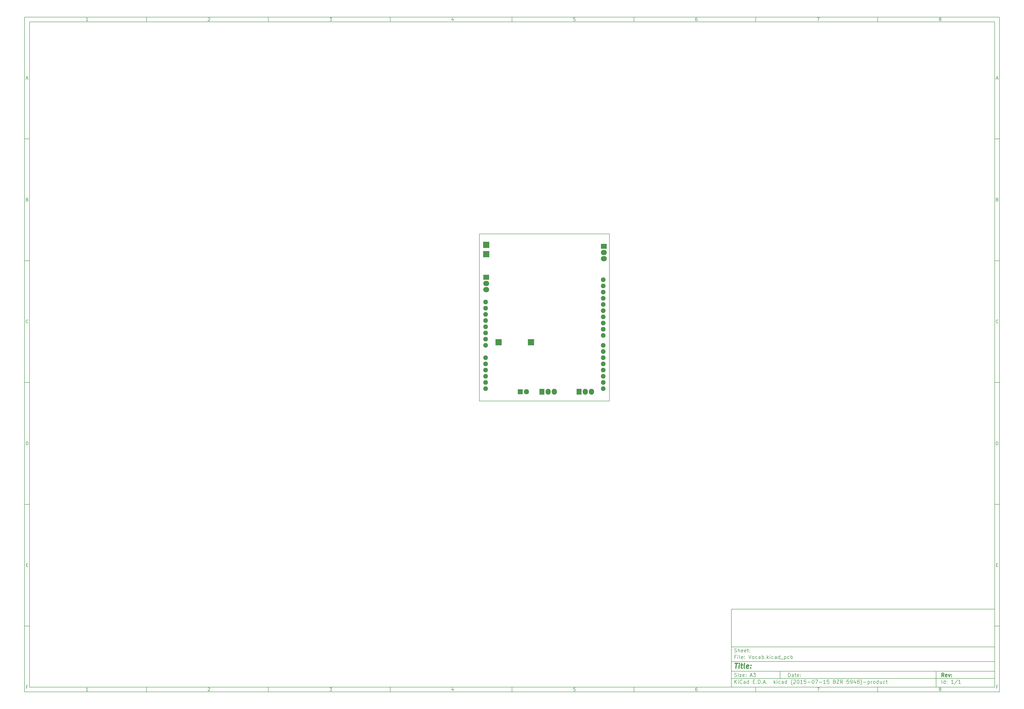
<source format=gbr>
G04 #@! TF.FileFunction,Soldermask,Bot*
%FSLAX46Y46*%
G04 Gerber Fmt 4.6, Leading zero omitted, Abs format (unit mm)*
G04 Created by KiCad (PCBNEW (2015-07-15 BZR 5948)-product) date Tue 15 Sep 2015 04:10:27 BST*
%MOMM*%
G01*
G04 APERTURE LIST*
%ADD10C,0.150000*%
%ADD11C,0.300000*%
%ADD12C,0.400000*%
%ADD13R,2.635200X2.635200*%
%ADD14R,2.127200X2.432000*%
%ADD15O,2.127200X2.432000*%
%ADD16R,2.432000X2.127200*%
%ADD17O,2.432000X2.127200*%
%ADD18C,1.924000*%
%ADD19R,2.127200X2.127200*%
%ADD20O,2.127200X2.127200*%
G04 APERTURE END LIST*
D10*
X299989000Y-253002200D02*
X299989000Y-285002200D01*
X407989000Y-285002200D01*
X407989000Y-253002200D01*
X299989000Y-253002200D01*
X10000000Y-10000000D02*
X10000000Y-287002200D01*
X409989000Y-287002200D01*
X409989000Y-10000000D01*
X10000000Y-10000000D01*
X12000000Y-12000000D02*
X12000000Y-285002200D01*
X407989000Y-285002200D01*
X407989000Y-12000000D01*
X12000000Y-12000000D01*
X60000000Y-12000000D02*
X60000000Y-10000000D01*
X110000000Y-12000000D02*
X110000000Y-10000000D01*
X160000000Y-12000000D02*
X160000000Y-10000000D01*
X210000000Y-12000000D02*
X210000000Y-10000000D01*
X260000000Y-12000000D02*
X260000000Y-10000000D01*
X310000000Y-12000000D02*
X310000000Y-10000000D01*
X360000000Y-12000000D02*
X360000000Y-10000000D01*
X35990476Y-11588095D02*
X35247619Y-11588095D01*
X35619048Y-11588095D02*
X35619048Y-10288095D01*
X35495238Y-10473810D01*
X35371429Y-10597619D01*
X35247619Y-10659524D01*
X85247619Y-10411905D02*
X85309524Y-10350000D01*
X85433333Y-10288095D01*
X85742857Y-10288095D01*
X85866667Y-10350000D01*
X85928571Y-10411905D01*
X85990476Y-10535714D01*
X85990476Y-10659524D01*
X85928571Y-10845238D01*
X85185714Y-11588095D01*
X85990476Y-11588095D01*
X135185714Y-10288095D02*
X135990476Y-10288095D01*
X135557143Y-10783333D01*
X135742857Y-10783333D01*
X135866667Y-10845238D01*
X135928571Y-10907143D01*
X135990476Y-11030952D01*
X135990476Y-11340476D01*
X135928571Y-11464286D01*
X135866667Y-11526190D01*
X135742857Y-11588095D01*
X135371429Y-11588095D01*
X135247619Y-11526190D01*
X135185714Y-11464286D01*
X185866667Y-10721429D02*
X185866667Y-11588095D01*
X185557143Y-10226190D02*
X185247619Y-11154762D01*
X186052381Y-11154762D01*
X235928571Y-10288095D02*
X235309524Y-10288095D01*
X235247619Y-10907143D01*
X235309524Y-10845238D01*
X235433333Y-10783333D01*
X235742857Y-10783333D01*
X235866667Y-10845238D01*
X235928571Y-10907143D01*
X235990476Y-11030952D01*
X235990476Y-11340476D01*
X235928571Y-11464286D01*
X235866667Y-11526190D01*
X235742857Y-11588095D01*
X235433333Y-11588095D01*
X235309524Y-11526190D01*
X235247619Y-11464286D01*
X285866667Y-10288095D02*
X285619048Y-10288095D01*
X285495238Y-10350000D01*
X285433333Y-10411905D01*
X285309524Y-10597619D01*
X285247619Y-10845238D01*
X285247619Y-11340476D01*
X285309524Y-11464286D01*
X285371429Y-11526190D01*
X285495238Y-11588095D01*
X285742857Y-11588095D01*
X285866667Y-11526190D01*
X285928571Y-11464286D01*
X285990476Y-11340476D01*
X285990476Y-11030952D01*
X285928571Y-10907143D01*
X285866667Y-10845238D01*
X285742857Y-10783333D01*
X285495238Y-10783333D01*
X285371429Y-10845238D01*
X285309524Y-10907143D01*
X285247619Y-11030952D01*
X335185714Y-10288095D02*
X336052381Y-10288095D01*
X335495238Y-11588095D01*
X385495238Y-10845238D02*
X385371429Y-10783333D01*
X385309524Y-10721429D01*
X385247619Y-10597619D01*
X385247619Y-10535714D01*
X385309524Y-10411905D01*
X385371429Y-10350000D01*
X385495238Y-10288095D01*
X385742857Y-10288095D01*
X385866667Y-10350000D01*
X385928571Y-10411905D01*
X385990476Y-10535714D01*
X385990476Y-10597619D01*
X385928571Y-10721429D01*
X385866667Y-10783333D01*
X385742857Y-10845238D01*
X385495238Y-10845238D01*
X385371429Y-10907143D01*
X385309524Y-10969048D01*
X385247619Y-11092857D01*
X385247619Y-11340476D01*
X385309524Y-11464286D01*
X385371429Y-11526190D01*
X385495238Y-11588095D01*
X385742857Y-11588095D01*
X385866667Y-11526190D01*
X385928571Y-11464286D01*
X385990476Y-11340476D01*
X385990476Y-11092857D01*
X385928571Y-10969048D01*
X385866667Y-10907143D01*
X385742857Y-10845238D01*
X60000000Y-285002200D02*
X60000000Y-287002200D01*
X110000000Y-285002200D02*
X110000000Y-287002200D01*
X160000000Y-285002200D02*
X160000000Y-287002200D01*
X210000000Y-285002200D02*
X210000000Y-287002200D01*
X260000000Y-285002200D02*
X260000000Y-287002200D01*
X310000000Y-285002200D02*
X310000000Y-287002200D01*
X360000000Y-285002200D02*
X360000000Y-287002200D01*
X35990476Y-286590295D02*
X35247619Y-286590295D01*
X35619048Y-286590295D02*
X35619048Y-285290295D01*
X35495238Y-285476010D01*
X35371429Y-285599819D01*
X35247619Y-285661724D01*
X85247619Y-285414105D02*
X85309524Y-285352200D01*
X85433333Y-285290295D01*
X85742857Y-285290295D01*
X85866667Y-285352200D01*
X85928571Y-285414105D01*
X85990476Y-285537914D01*
X85990476Y-285661724D01*
X85928571Y-285847438D01*
X85185714Y-286590295D01*
X85990476Y-286590295D01*
X135185714Y-285290295D02*
X135990476Y-285290295D01*
X135557143Y-285785533D01*
X135742857Y-285785533D01*
X135866667Y-285847438D01*
X135928571Y-285909343D01*
X135990476Y-286033152D01*
X135990476Y-286342676D01*
X135928571Y-286466486D01*
X135866667Y-286528390D01*
X135742857Y-286590295D01*
X135371429Y-286590295D01*
X135247619Y-286528390D01*
X135185714Y-286466486D01*
X185866667Y-285723629D02*
X185866667Y-286590295D01*
X185557143Y-285228390D02*
X185247619Y-286156962D01*
X186052381Y-286156962D01*
X235928571Y-285290295D02*
X235309524Y-285290295D01*
X235247619Y-285909343D01*
X235309524Y-285847438D01*
X235433333Y-285785533D01*
X235742857Y-285785533D01*
X235866667Y-285847438D01*
X235928571Y-285909343D01*
X235990476Y-286033152D01*
X235990476Y-286342676D01*
X235928571Y-286466486D01*
X235866667Y-286528390D01*
X235742857Y-286590295D01*
X235433333Y-286590295D01*
X235309524Y-286528390D01*
X235247619Y-286466486D01*
X285866667Y-285290295D02*
X285619048Y-285290295D01*
X285495238Y-285352200D01*
X285433333Y-285414105D01*
X285309524Y-285599819D01*
X285247619Y-285847438D01*
X285247619Y-286342676D01*
X285309524Y-286466486D01*
X285371429Y-286528390D01*
X285495238Y-286590295D01*
X285742857Y-286590295D01*
X285866667Y-286528390D01*
X285928571Y-286466486D01*
X285990476Y-286342676D01*
X285990476Y-286033152D01*
X285928571Y-285909343D01*
X285866667Y-285847438D01*
X285742857Y-285785533D01*
X285495238Y-285785533D01*
X285371429Y-285847438D01*
X285309524Y-285909343D01*
X285247619Y-286033152D01*
X335185714Y-285290295D02*
X336052381Y-285290295D01*
X335495238Y-286590295D01*
X385495238Y-285847438D02*
X385371429Y-285785533D01*
X385309524Y-285723629D01*
X385247619Y-285599819D01*
X385247619Y-285537914D01*
X385309524Y-285414105D01*
X385371429Y-285352200D01*
X385495238Y-285290295D01*
X385742857Y-285290295D01*
X385866667Y-285352200D01*
X385928571Y-285414105D01*
X385990476Y-285537914D01*
X385990476Y-285599819D01*
X385928571Y-285723629D01*
X385866667Y-285785533D01*
X385742857Y-285847438D01*
X385495238Y-285847438D01*
X385371429Y-285909343D01*
X385309524Y-285971248D01*
X385247619Y-286095057D01*
X385247619Y-286342676D01*
X385309524Y-286466486D01*
X385371429Y-286528390D01*
X385495238Y-286590295D01*
X385742857Y-286590295D01*
X385866667Y-286528390D01*
X385928571Y-286466486D01*
X385990476Y-286342676D01*
X385990476Y-286095057D01*
X385928571Y-285971248D01*
X385866667Y-285909343D01*
X385742857Y-285847438D01*
X10000000Y-60000000D02*
X12000000Y-60000000D01*
X10000000Y-110000000D02*
X12000000Y-110000000D01*
X10000000Y-160000000D02*
X12000000Y-160000000D01*
X10000000Y-210000000D02*
X12000000Y-210000000D01*
X10000000Y-260000000D02*
X12000000Y-260000000D01*
X10690476Y-35216667D02*
X11309524Y-35216667D01*
X10566667Y-35588095D02*
X11000000Y-34288095D01*
X11433333Y-35588095D01*
X11092857Y-84907143D02*
X11278571Y-84969048D01*
X11340476Y-85030952D01*
X11402381Y-85154762D01*
X11402381Y-85340476D01*
X11340476Y-85464286D01*
X11278571Y-85526190D01*
X11154762Y-85588095D01*
X10659524Y-85588095D01*
X10659524Y-84288095D01*
X11092857Y-84288095D01*
X11216667Y-84350000D01*
X11278571Y-84411905D01*
X11340476Y-84535714D01*
X11340476Y-84659524D01*
X11278571Y-84783333D01*
X11216667Y-84845238D01*
X11092857Y-84907143D01*
X10659524Y-84907143D01*
X11402381Y-135464286D02*
X11340476Y-135526190D01*
X11154762Y-135588095D01*
X11030952Y-135588095D01*
X10845238Y-135526190D01*
X10721429Y-135402381D01*
X10659524Y-135278571D01*
X10597619Y-135030952D01*
X10597619Y-134845238D01*
X10659524Y-134597619D01*
X10721429Y-134473810D01*
X10845238Y-134350000D01*
X11030952Y-134288095D01*
X11154762Y-134288095D01*
X11340476Y-134350000D01*
X11402381Y-134411905D01*
X10659524Y-185588095D02*
X10659524Y-184288095D01*
X10969048Y-184288095D01*
X11154762Y-184350000D01*
X11278571Y-184473810D01*
X11340476Y-184597619D01*
X11402381Y-184845238D01*
X11402381Y-185030952D01*
X11340476Y-185278571D01*
X11278571Y-185402381D01*
X11154762Y-185526190D01*
X10969048Y-185588095D01*
X10659524Y-185588095D01*
X10721429Y-234907143D02*
X11154762Y-234907143D01*
X11340476Y-235588095D02*
X10721429Y-235588095D01*
X10721429Y-234288095D01*
X11340476Y-234288095D01*
X11185714Y-284907143D02*
X10752381Y-284907143D01*
X10752381Y-285588095D02*
X10752381Y-284288095D01*
X11371428Y-284288095D01*
X409989000Y-60000000D02*
X407989000Y-60000000D01*
X409989000Y-110000000D02*
X407989000Y-110000000D01*
X409989000Y-160000000D02*
X407989000Y-160000000D01*
X409989000Y-210000000D02*
X407989000Y-210000000D01*
X409989000Y-260000000D02*
X407989000Y-260000000D01*
X408679476Y-35216667D02*
X409298524Y-35216667D01*
X408555667Y-35588095D02*
X408989000Y-34288095D01*
X409422333Y-35588095D01*
X409081857Y-84907143D02*
X409267571Y-84969048D01*
X409329476Y-85030952D01*
X409391381Y-85154762D01*
X409391381Y-85340476D01*
X409329476Y-85464286D01*
X409267571Y-85526190D01*
X409143762Y-85588095D01*
X408648524Y-85588095D01*
X408648524Y-84288095D01*
X409081857Y-84288095D01*
X409205667Y-84350000D01*
X409267571Y-84411905D01*
X409329476Y-84535714D01*
X409329476Y-84659524D01*
X409267571Y-84783333D01*
X409205667Y-84845238D01*
X409081857Y-84907143D01*
X408648524Y-84907143D01*
X409391381Y-135464286D02*
X409329476Y-135526190D01*
X409143762Y-135588095D01*
X409019952Y-135588095D01*
X408834238Y-135526190D01*
X408710429Y-135402381D01*
X408648524Y-135278571D01*
X408586619Y-135030952D01*
X408586619Y-134845238D01*
X408648524Y-134597619D01*
X408710429Y-134473810D01*
X408834238Y-134350000D01*
X409019952Y-134288095D01*
X409143762Y-134288095D01*
X409329476Y-134350000D01*
X409391381Y-134411905D01*
X408648524Y-185588095D02*
X408648524Y-184288095D01*
X408958048Y-184288095D01*
X409143762Y-184350000D01*
X409267571Y-184473810D01*
X409329476Y-184597619D01*
X409391381Y-184845238D01*
X409391381Y-185030952D01*
X409329476Y-185278571D01*
X409267571Y-185402381D01*
X409143762Y-185526190D01*
X408958048Y-185588095D01*
X408648524Y-185588095D01*
X408710429Y-234907143D02*
X409143762Y-234907143D01*
X409329476Y-235588095D02*
X408710429Y-235588095D01*
X408710429Y-234288095D01*
X409329476Y-234288095D01*
X409174714Y-284907143D02*
X408741381Y-284907143D01*
X408741381Y-285588095D02*
X408741381Y-284288095D01*
X409360428Y-284288095D01*
X323346143Y-280780771D02*
X323346143Y-279280771D01*
X323703286Y-279280771D01*
X323917571Y-279352200D01*
X324060429Y-279495057D01*
X324131857Y-279637914D01*
X324203286Y-279923629D01*
X324203286Y-280137914D01*
X324131857Y-280423629D01*
X324060429Y-280566486D01*
X323917571Y-280709343D01*
X323703286Y-280780771D01*
X323346143Y-280780771D01*
X325489000Y-280780771D02*
X325489000Y-279995057D01*
X325417571Y-279852200D01*
X325274714Y-279780771D01*
X324989000Y-279780771D01*
X324846143Y-279852200D01*
X325489000Y-280709343D02*
X325346143Y-280780771D01*
X324989000Y-280780771D01*
X324846143Y-280709343D01*
X324774714Y-280566486D01*
X324774714Y-280423629D01*
X324846143Y-280280771D01*
X324989000Y-280209343D01*
X325346143Y-280209343D01*
X325489000Y-280137914D01*
X325989000Y-279780771D02*
X326560429Y-279780771D01*
X326203286Y-279280771D02*
X326203286Y-280566486D01*
X326274714Y-280709343D01*
X326417572Y-280780771D01*
X326560429Y-280780771D01*
X327631857Y-280709343D02*
X327489000Y-280780771D01*
X327203286Y-280780771D01*
X327060429Y-280709343D01*
X326989000Y-280566486D01*
X326989000Y-279995057D01*
X327060429Y-279852200D01*
X327203286Y-279780771D01*
X327489000Y-279780771D01*
X327631857Y-279852200D01*
X327703286Y-279995057D01*
X327703286Y-280137914D01*
X326989000Y-280280771D01*
X328346143Y-280637914D02*
X328417571Y-280709343D01*
X328346143Y-280780771D01*
X328274714Y-280709343D01*
X328346143Y-280637914D01*
X328346143Y-280780771D01*
X328346143Y-279852200D02*
X328417571Y-279923629D01*
X328346143Y-279995057D01*
X328274714Y-279923629D01*
X328346143Y-279852200D01*
X328346143Y-279995057D01*
X299989000Y-281502200D02*
X407989000Y-281502200D01*
X301346143Y-283580771D02*
X301346143Y-282080771D01*
X302203286Y-283580771D02*
X301560429Y-282723629D01*
X302203286Y-282080771D02*
X301346143Y-282937914D01*
X302846143Y-283580771D02*
X302846143Y-282580771D01*
X302846143Y-282080771D02*
X302774714Y-282152200D01*
X302846143Y-282223629D01*
X302917571Y-282152200D01*
X302846143Y-282080771D01*
X302846143Y-282223629D01*
X304417572Y-283437914D02*
X304346143Y-283509343D01*
X304131857Y-283580771D01*
X303989000Y-283580771D01*
X303774715Y-283509343D01*
X303631857Y-283366486D01*
X303560429Y-283223629D01*
X303489000Y-282937914D01*
X303489000Y-282723629D01*
X303560429Y-282437914D01*
X303631857Y-282295057D01*
X303774715Y-282152200D01*
X303989000Y-282080771D01*
X304131857Y-282080771D01*
X304346143Y-282152200D01*
X304417572Y-282223629D01*
X305703286Y-283580771D02*
X305703286Y-282795057D01*
X305631857Y-282652200D01*
X305489000Y-282580771D01*
X305203286Y-282580771D01*
X305060429Y-282652200D01*
X305703286Y-283509343D02*
X305560429Y-283580771D01*
X305203286Y-283580771D01*
X305060429Y-283509343D01*
X304989000Y-283366486D01*
X304989000Y-283223629D01*
X305060429Y-283080771D01*
X305203286Y-283009343D01*
X305560429Y-283009343D01*
X305703286Y-282937914D01*
X307060429Y-283580771D02*
X307060429Y-282080771D01*
X307060429Y-283509343D02*
X306917572Y-283580771D01*
X306631858Y-283580771D01*
X306489000Y-283509343D01*
X306417572Y-283437914D01*
X306346143Y-283295057D01*
X306346143Y-282866486D01*
X306417572Y-282723629D01*
X306489000Y-282652200D01*
X306631858Y-282580771D01*
X306917572Y-282580771D01*
X307060429Y-282652200D01*
X308917572Y-282795057D02*
X309417572Y-282795057D01*
X309631858Y-283580771D02*
X308917572Y-283580771D01*
X308917572Y-282080771D01*
X309631858Y-282080771D01*
X310274715Y-283437914D02*
X310346143Y-283509343D01*
X310274715Y-283580771D01*
X310203286Y-283509343D01*
X310274715Y-283437914D01*
X310274715Y-283580771D01*
X310989001Y-283580771D02*
X310989001Y-282080771D01*
X311346144Y-282080771D01*
X311560429Y-282152200D01*
X311703287Y-282295057D01*
X311774715Y-282437914D01*
X311846144Y-282723629D01*
X311846144Y-282937914D01*
X311774715Y-283223629D01*
X311703287Y-283366486D01*
X311560429Y-283509343D01*
X311346144Y-283580771D01*
X310989001Y-283580771D01*
X312489001Y-283437914D02*
X312560429Y-283509343D01*
X312489001Y-283580771D01*
X312417572Y-283509343D01*
X312489001Y-283437914D01*
X312489001Y-283580771D01*
X313131858Y-283152200D02*
X313846144Y-283152200D01*
X312989001Y-283580771D02*
X313489001Y-282080771D01*
X313989001Y-283580771D01*
X314489001Y-283437914D02*
X314560429Y-283509343D01*
X314489001Y-283580771D01*
X314417572Y-283509343D01*
X314489001Y-283437914D01*
X314489001Y-283580771D01*
X317489001Y-283580771D02*
X317489001Y-282080771D01*
X317631858Y-283009343D02*
X318060429Y-283580771D01*
X318060429Y-282580771D02*
X317489001Y-283152200D01*
X318703287Y-283580771D02*
X318703287Y-282580771D01*
X318703287Y-282080771D02*
X318631858Y-282152200D01*
X318703287Y-282223629D01*
X318774715Y-282152200D01*
X318703287Y-282080771D01*
X318703287Y-282223629D01*
X320060430Y-283509343D02*
X319917573Y-283580771D01*
X319631859Y-283580771D01*
X319489001Y-283509343D01*
X319417573Y-283437914D01*
X319346144Y-283295057D01*
X319346144Y-282866486D01*
X319417573Y-282723629D01*
X319489001Y-282652200D01*
X319631859Y-282580771D01*
X319917573Y-282580771D01*
X320060430Y-282652200D01*
X321346144Y-283580771D02*
X321346144Y-282795057D01*
X321274715Y-282652200D01*
X321131858Y-282580771D01*
X320846144Y-282580771D01*
X320703287Y-282652200D01*
X321346144Y-283509343D02*
X321203287Y-283580771D01*
X320846144Y-283580771D01*
X320703287Y-283509343D01*
X320631858Y-283366486D01*
X320631858Y-283223629D01*
X320703287Y-283080771D01*
X320846144Y-283009343D01*
X321203287Y-283009343D01*
X321346144Y-282937914D01*
X322703287Y-283580771D02*
X322703287Y-282080771D01*
X322703287Y-283509343D02*
X322560430Y-283580771D01*
X322274716Y-283580771D01*
X322131858Y-283509343D01*
X322060430Y-283437914D01*
X321989001Y-283295057D01*
X321989001Y-282866486D01*
X322060430Y-282723629D01*
X322131858Y-282652200D01*
X322274716Y-282580771D01*
X322560430Y-282580771D01*
X322703287Y-282652200D01*
X324989001Y-284152200D02*
X324917573Y-284080771D01*
X324774716Y-283866486D01*
X324703287Y-283723629D01*
X324631858Y-283509343D01*
X324560430Y-283152200D01*
X324560430Y-282866486D01*
X324631858Y-282509343D01*
X324703287Y-282295057D01*
X324774716Y-282152200D01*
X324917573Y-281937914D01*
X324989001Y-281866486D01*
X325489001Y-282223629D02*
X325560430Y-282152200D01*
X325703287Y-282080771D01*
X326060430Y-282080771D01*
X326203287Y-282152200D01*
X326274716Y-282223629D01*
X326346144Y-282366486D01*
X326346144Y-282509343D01*
X326274716Y-282723629D01*
X325417573Y-283580771D01*
X326346144Y-283580771D01*
X327274715Y-282080771D02*
X327417572Y-282080771D01*
X327560429Y-282152200D01*
X327631858Y-282223629D01*
X327703287Y-282366486D01*
X327774715Y-282652200D01*
X327774715Y-283009343D01*
X327703287Y-283295057D01*
X327631858Y-283437914D01*
X327560429Y-283509343D01*
X327417572Y-283580771D01*
X327274715Y-283580771D01*
X327131858Y-283509343D01*
X327060429Y-283437914D01*
X326989001Y-283295057D01*
X326917572Y-283009343D01*
X326917572Y-282652200D01*
X326989001Y-282366486D01*
X327060429Y-282223629D01*
X327131858Y-282152200D01*
X327274715Y-282080771D01*
X329203286Y-283580771D02*
X328346143Y-283580771D01*
X328774715Y-283580771D02*
X328774715Y-282080771D01*
X328631858Y-282295057D01*
X328489000Y-282437914D01*
X328346143Y-282509343D01*
X330560429Y-282080771D02*
X329846143Y-282080771D01*
X329774714Y-282795057D01*
X329846143Y-282723629D01*
X329989000Y-282652200D01*
X330346143Y-282652200D01*
X330489000Y-282723629D01*
X330560429Y-282795057D01*
X330631857Y-282937914D01*
X330631857Y-283295057D01*
X330560429Y-283437914D01*
X330489000Y-283509343D01*
X330346143Y-283580771D01*
X329989000Y-283580771D01*
X329846143Y-283509343D01*
X329774714Y-283437914D01*
X331274714Y-283009343D02*
X332417571Y-283009343D01*
X333417571Y-282080771D02*
X333560428Y-282080771D01*
X333703285Y-282152200D01*
X333774714Y-282223629D01*
X333846143Y-282366486D01*
X333917571Y-282652200D01*
X333917571Y-283009343D01*
X333846143Y-283295057D01*
X333774714Y-283437914D01*
X333703285Y-283509343D01*
X333560428Y-283580771D01*
X333417571Y-283580771D01*
X333274714Y-283509343D01*
X333203285Y-283437914D01*
X333131857Y-283295057D01*
X333060428Y-283009343D01*
X333060428Y-282652200D01*
X333131857Y-282366486D01*
X333203285Y-282223629D01*
X333274714Y-282152200D01*
X333417571Y-282080771D01*
X334417571Y-282080771D02*
X335417571Y-282080771D01*
X334774714Y-283580771D01*
X335988999Y-283009343D02*
X337131856Y-283009343D01*
X338631856Y-283580771D02*
X337774713Y-283580771D01*
X338203285Y-283580771D02*
X338203285Y-282080771D01*
X338060428Y-282295057D01*
X337917570Y-282437914D01*
X337774713Y-282509343D01*
X339988999Y-282080771D02*
X339274713Y-282080771D01*
X339203284Y-282795057D01*
X339274713Y-282723629D01*
X339417570Y-282652200D01*
X339774713Y-282652200D01*
X339917570Y-282723629D01*
X339988999Y-282795057D01*
X340060427Y-282937914D01*
X340060427Y-283295057D01*
X339988999Y-283437914D01*
X339917570Y-283509343D01*
X339774713Y-283580771D01*
X339417570Y-283580771D01*
X339274713Y-283509343D01*
X339203284Y-283437914D01*
X342346141Y-282795057D02*
X342560427Y-282866486D01*
X342631855Y-282937914D01*
X342703284Y-283080771D01*
X342703284Y-283295057D01*
X342631855Y-283437914D01*
X342560427Y-283509343D01*
X342417569Y-283580771D01*
X341846141Y-283580771D01*
X341846141Y-282080771D01*
X342346141Y-282080771D01*
X342488998Y-282152200D01*
X342560427Y-282223629D01*
X342631855Y-282366486D01*
X342631855Y-282509343D01*
X342560427Y-282652200D01*
X342488998Y-282723629D01*
X342346141Y-282795057D01*
X341846141Y-282795057D01*
X343203284Y-282080771D02*
X344203284Y-282080771D01*
X343203284Y-283580771D01*
X344203284Y-283580771D01*
X345631855Y-283580771D02*
X345131855Y-282866486D01*
X344774712Y-283580771D02*
X344774712Y-282080771D01*
X345346140Y-282080771D01*
X345488998Y-282152200D01*
X345560426Y-282223629D01*
X345631855Y-282366486D01*
X345631855Y-282580771D01*
X345560426Y-282723629D01*
X345488998Y-282795057D01*
X345346140Y-282866486D01*
X344774712Y-282866486D01*
X348131855Y-282080771D02*
X347417569Y-282080771D01*
X347346140Y-282795057D01*
X347417569Y-282723629D01*
X347560426Y-282652200D01*
X347917569Y-282652200D01*
X348060426Y-282723629D01*
X348131855Y-282795057D01*
X348203283Y-282937914D01*
X348203283Y-283295057D01*
X348131855Y-283437914D01*
X348060426Y-283509343D01*
X347917569Y-283580771D01*
X347560426Y-283580771D01*
X347417569Y-283509343D01*
X347346140Y-283437914D01*
X348917568Y-283580771D02*
X349203283Y-283580771D01*
X349346140Y-283509343D01*
X349417568Y-283437914D01*
X349560426Y-283223629D01*
X349631854Y-282937914D01*
X349631854Y-282366486D01*
X349560426Y-282223629D01*
X349488997Y-282152200D01*
X349346140Y-282080771D01*
X349060426Y-282080771D01*
X348917568Y-282152200D01*
X348846140Y-282223629D01*
X348774711Y-282366486D01*
X348774711Y-282723629D01*
X348846140Y-282866486D01*
X348917568Y-282937914D01*
X349060426Y-283009343D01*
X349346140Y-283009343D01*
X349488997Y-282937914D01*
X349560426Y-282866486D01*
X349631854Y-282723629D01*
X350917568Y-282580771D02*
X350917568Y-283580771D01*
X350560425Y-282009343D02*
X350203282Y-283080771D01*
X351131854Y-283080771D01*
X351917568Y-282723629D02*
X351774710Y-282652200D01*
X351703282Y-282580771D01*
X351631853Y-282437914D01*
X351631853Y-282366486D01*
X351703282Y-282223629D01*
X351774710Y-282152200D01*
X351917568Y-282080771D01*
X352203282Y-282080771D01*
X352346139Y-282152200D01*
X352417568Y-282223629D01*
X352488996Y-282366486D01*
X352488996Y-282437914D01*
X352417568Y-282580771D01*
X352346139Y-282652200D01*
X352203282Y-282723629D01*
X351917568Y-282723629D01*
X351774710Y-282795057D01*
X351703282Y-282866486D01*
X351631853Y-283009343D01*
X351631853Y-283295057D01*
X351703282Y-283437914D01*
X351774710Y-283509343D01*
X351917568Y-283580771D01*
X352203282Y-283580771D01*
X352346139Y-283509343D01*
X352417568Y-283437914D01*
X352488996Y-283295057D01*
X352488996Y-283009343D01*
X352417568Y-282866486D01*
X352346139Y-282795057D01*
X352203282Y-282723629D01*
X352988996Y-284152200D02*
X353060424Y-284080771D01*
X353203281Y-283866486D01*
X353274710Y-283723629D01*
X353346139Y-283509343D01*
X353417567Y-283152200D01*
X353417567Y-282866486D01*
X353346139Y-282509343D01*
X353274710Y-282295057D01*
X353203281Y-282152200D01*
X353060424Y-281937914D01*
X352988996Y-281866486D01*
X354131853Y-283009343D02*
X355274710Y-283009343D01*
X355988996Y-282580771D02*
X355988996Y-284080771D01*
X355988996Y-282652200D02*
X356131853Y-282580771D01*
X356417567Y-282580771D01*
X356560424Y-282652200D01*
X356631853Y-282723629D01*
X356703282Y-282866486D01*
X356703282Y-283295057D01*
X356631853Y-283437914D01*
X356560424Y-283509343D01*
X356417567Y-283580771D01*
X356131853Y-283580771D01*
X355988996Y-283509343D01*
X357346139Y-283580771D02*
X357346139Y-282580771D01*
X357346139Y-282866486D02*
X357417567Y-282723629D01*
X357488996Y-282652200D01*
X357631853Y-282580771D01*
X357774710Y-282580771D01*
X358488996Y-283580771D02*
X358346138Y-283509343D01*
X358274710Y-283437914D01*
X358203281Y-283295057D01*
X358203281Y-282866486D01*
X358274710Y-282723629D01*
X358346138Y-282652200D01*
X358488996Y-282580771D01*
X358703281Y-282580771D01*
X358846138Y-282652200D01*
X358917567Y-282723629D01*
X358988996Y-282866486D01*
X358988996Y-283295057D01*
X358917567Y-283437914D01*
X358846138Y-283509343D01*
X358703281Y-283580771D01*
X358488996Y-283580771D01*
X360274710Y-283580771D02*
X360274710Y-282080771D01*
X360274710Y-283509343D02*
X360131853Y-283580771D01*
X359846139Y-283580771D01*
X359703281Y-283509343D01*
X359631853Y-283437914D01*
X359560424Y-283295057D01*
X359560424Y-282866486D01*
X359631853Y-282723629D01*
X359703281Y-282652200D01*
X359846139Y-282580771D01*
X360131853Y-282580771D01*
X360274710Y-282652200D01*
X361631853Y-282580771D02*
X361631853Y-283580771D01*
X360988996Y-282580771D02*
X360988996Y-283366486D01*
X361060424Y-283509343D01*
X361203282Y-283580771D01*
X361417567Y-283580771D01*
X361560424Y-283509343D01*
X361631853Y-283437914D01*
X362988996Y-283509343D02*
X362846139Y-283580771D01*
X362560425Y-283580771D01*
X362417567Y-283509343D01*
X362346139Y-283437914D01*
X362274710Y-283295057D01*
X362274710Y-282866486D01*
X362346139Y-282723629D01*
X362417567Y-282652200D01*
X362560425Y-282580771D01*
X362846139Y-282580771D01*
X362988996Y-282652200D01*
X363417567Y-282580771D02*
X363988996Y-282580771D01*
X363631853Y-282080771D02*
X363631853Y-283366486D01*
X363703281Y-283509343D01*
X363846139Y-283580771D01*
X363988996Y-283580771D01*
X299989000Y-278502200D02*
X407989000Y-278502200D01*
D11*
X387203286Y-280780771D02*
X386703286Y-280066486D01*
X386346143Y-280780771D02*
X386346143Y-279280771D01*
X386917571Y-279280771D01*
X387060429Y-279352200D01*
X387131857Y-279423629D01*
X387203286Y-279566486D01*
X387203286Y-279780771D01*
X387131857Y-279923629D01*
X387060429Y-279995057D01*
X386917571Y-280066486D01*
X386346143Y-280066486D01*
X388417571Y-280709343D02*
X388274714Y-280780771D01*
X387989000Y-280780771D01*
X387846143Y-280709343D01*
X387774714Y-280566486D01*
X387774714Y-279995057D01*
X387846143Y-279852200D01*
X387989000Y-279780771D01*
X388274714Y-279780771D01*
X388417571Y-279852200D01*
X388489000Y-279995057D01*
X388489000Y-280137914D01*
X387774714Y-280280771D01*
X388989000Y-279780771D02*
X389346143Y-280780771D01*
X389703285Y-279780771D01*
X390274714Y-280637914D02*
X390346142Y-280709343D01*
X390274714Y-280780771D01*
X390203285Y-280709343D01*
X390274714Y-280637914D01*
X390274714Y-280780771D01*
X390274714Y-279852200D02*
X390346142Y-279923629D01*
X390274714Y-279995057D01*
X390203285Y-279923629D01*
X390274714Y-279852200D01*
X390274714Y-279995057D01*
D10*
X301274714Y-280709343D02*
X301489000Y-280780771D01*
X301846143Y-280780771D01*
X301989000Y-280709343D01*
X302060429Y-280637914D01*
X302131857Y-280495057D01*
X302131857Y-280352200D01*
X302060429Y-280209343D01*
X301989000Y-280137914D01*
X301846143Y-280066486D01*
X301560429Y-279995057D01*
X301417571Y-279923629D01*
X301346143Y-279852200D01*
X301274714Y-279709343D01*
X301274714Y-279566486D01*
X301346143Y-279423629D01*
X301417571Y-279352200D01*
X301560429Y-279280771D01*
X301917571Y-279280771D01*
X302131857Y-279352200D01*
X302774714Y-280780771D02*
X302774714Y-279780771D01*
X302774714Y-279280771D02*
X302703285Y-279352200D01*
X302774714Y-279423629D01*
X302846142Y-279352200D01*
X302774714Y-279280771D01*
X302774714Y-279423629D01*
X303346143Y-279780771D02*
X304131857Y-279780771D01*
X303346143Y-280780771D01*
X304131857Y-280780771D01*
X305274714Y-280709343D02*
X305131857Y-280780771D01*
X304846143Y-280780771D01*
X304703286Y-280709343D01*
X304631857Y-280566486D01*
X304631857Y-279995057D01*
X304703286Y-279852200D01*
X304846143Y-279780771D01*
X305131857Y-279780771D01*
X305274714Y-279852200D01*
X305346143Y-279995057D01*
X305346143Y-280137914D01*
X304631857Y-280280771D01*
X305989000Y-280637914D02*
X306060428Y-280709343D01*
X305989000Y-280780771D01*
X305917571Y-280709343D01*
X305989000Y-280637914D01*
X305989000Y-280780771D01*
X305989000Y-279852200D02*
X306060428Y-279923629D01*
X305989000Y-279995057D01*
X305917571Y-279923629D01*
X305989000Y-279852200D01*
X305989000Y-279995057D01*
X307774714Y-280352200D02*
X308489000Y-280352200D01*
X307631857Y-280780771D02*
X308131857Y-279280771D01*
X308631857Y-280780771D01*
X308989000Y-279280771D02*
X309917571Y-279280771D01*
X309417571Y-279852200D01*
X309631857Y-279852200D01*
X309774714Y-279923629D01*
X309846143Y-279995057D01*
X309917571Y-280137914D01*
X309917571Y-280495057D01*
X309846143Y-280637914D01*
X309774714Y-280709343D01*
X309631857Y-280780771D01*
X309203285Y-280780771D01*
X309060428Y-280709343D01*
X308989000Y-280637914D01*
X386346143Y-283580771D02*
X386346143Y-282080771D01*
X387703286Y-283580771D02*
X387703286Y-282080771D01*
X387703286Y-283509343D02*
X387560429Y-283580771D01*
X387274715Y-283580771D01*
X387131857Y-283509343D01*
X387060429Y-283437914D01*
X386989000Y-283295057D01*
X386989000Y-282866486D01*
X387060429Y-282723629D01*
X387131857Y-282652200D01*
X387274715Y-282580771D01*
X387560429Y-282580771D01*
X387703286Y-282652200D01*
X388417572Y-283437914D02*
X388489000Y-283509343D01*
X388417572Y-283580771D01*
X388346143Y-283509343D01*
X388417572Y-283437914D01*
X388417572Y-283580771D01*
X388417572Y-282652200D02*
X388489000Y-282723629D01*
X388417572Y-282795057D01*
X388346143Y-282723629D01*
X388417572Y-282652200D01*
X388417572Y-282795057D01*
X391060429Y-283580771D02*
X390203286Y-283580771D01*
X390631858Y-283580771D02*
X390631858Y-282080771D01*
X390489001Y-282295057D01*
X390346143Y-282437914D01*
X390203286Y-282509343D01*
X392774714Y-282009343D02*
X391489000Y-283937914D01*
X394060429Y-283580771D02*
X393203286Y-283580771D01*
X393631858Y-283580771D02*
X393631858Y-282080771D01*
X393489001Y-282295057D01*
X393346143Y-282437914D01*
X393203286Y-282509343D01*
X299989000Y-274502200D02*
X407989000Y-274502200D01*
D12*
X301441381Y-275206962D02*
X302584238Y-275206962D01*
X301762810Y-277206962D02*
X302012810Y-275206962D01*
X303000905Y-277206962D02*
X303167571Y-275873629D01*
X303250905Y-275206962D02*
X303143762Y-275302200D01*
X303227095Y-275397438D01*
X303334239Y-275302200D01*
X303250905Y-275206962D01*
X303227095Y-275397438D01*
X303834238Y-275873629D02*
X304596143Y-275873629D01*
X304203286Y-275206962D02*
X303989000Y-276921248D01*
X304060430Y-277111724D01*
X304239001Y-277206962D01*
X304429477Y-277206962D01*
X305381858Y-277206962D02*
X305203287Y-277111724D01*
X305131857Y-276921248D01*
X305346143Y-275206962D01*
X306917572Y-277111724D02*
X306715191Y-277206962D01*
X306334239Y-277206962D01*
X306155667Y-277111724D01*
X306084238Y-276921248D01*
X306179476Y-276159343D01*
X306298524Y-275968867D01*
X306500905Y-275873629D01*
X306881857Y-275873629D01*
X307060429Y-275968867D01*
X307131857Y-276159343D01*
X307108048Y-276349819D01*
X306131857Y-276540295D01*
X307881857Y-277016486D02*
X307965192Y-277111724D01*
X307858048Y-277206962D01*
X307774715Y-277111724D01*
X307881857Y-277016486D01*
X307858048Y-277206962D01*
X308012810Y-275968867D02*
X308096144Y-276064105D01*
X307989000Y-276159343D01*
X307905667Y-276064105D01*
X308012810Y-275968867D01*
X307989000Y-276159343D01*
D10*
X301846143Y-272595057D02*
X301346143Y-272595057D01*
X301346143Y-273380771D02*
X301346143Y-271880771D01*
X302060429Y-271880771D01*
X302631857Y-273380771D02*
X302631857Y-272380771D01*
X302631857Y-271880771D02*
X302560428Y-271952200D01*
X302631857Y-272023629D01*
X302703285Y-271952200D01*
X302631857Y-271880771D01*
X302631857Y-272023629D01*
X303560429Y-273380771D02*
X303417571Y-273309343D01*
X303346143Y-273166486D01*
X303346143Y-271880771D01*
X304703285Y-273309343D02*
X304560428Y-273380771D01*
X304274714Y-273380771D01*
X304131857Y-273309343D01*
X304060428Y-273166486D01*
X304060428Y-272595057D01*
X304131857Y-272452200D01*
X304274714Y-272380771D01*
X304560428Y-272380771D01*
X304703285Y-272452200D01*
X304774714Y-272595057D01*
X304774714Y-272737914D01*
X304060428Y-272880771D01*
X305417571Y-273237914D02*
X305488999Y-273309343D01*
X305417571Y-273380771D01*
X305346142Y-273309343D01*
X305417571Y-273237914D01*
X305417571Y-273380771D01*
X305417571Y-272452200D02*
X305488999Y-272523629D01*
X305417571Y-272595057D01*
X305346142Y-272523629D01*
X305417571Y-272452200D01*
X305417571Y-272595057D01*
X307060428Y-271880771D02*
X307560428Y-273380771D01*
X308060428Y-271880771D01*
X308774714Y-273380771D02*
X308631856Y-273309343D01*
X308560428Y-273237914D01*
X308488999Y-273095057D01*
X308488999Y-272666486D01*
X308560428Y-272523629D01*
X308631856Y-272452200D01*
X308774714Y-272380771D01*
X308988999Y-272380771D01*
X309131856Y-272452200D01*
X309203285Y-272523629D01*
X309274714Y-272666486D01*
X309274714Y-273095057D01*
X309203285Y-273237914D01*
X309131856Y-273309343D01*
X308988999Y-273380771D01*
X308774714Y-273380771D01*
X310560428Y-273309343D02*
X310417571Y-273380771D01*
X310131857Y-273380771D01*
X309988999Y-273309343D01*
X309917571Y-273237914D01*
X309846142Y-273095057D01*
X309846142Y-272666486D01*
X309917571Y-272523629D01*
X309988999Y-272452200D01*
X310131857Y-272380771D01*
X310417571Y-272380771D01*
X310560428Y-272452200D01*
X311846142Y-273380771D02*
X311846142Y-272595057D01*
X311774713Y-272452200D01*
X311631856Y-272380771D01*
X311346142Y-272380771D01*
X311203285Y-272452200D01*
X311846142Y-273309343D02*
X311703285Y-273380771D01*
X311346142Y-273380771D01*
X311203285Y-273309343D01*
X311131856Y-273166486D01*
X311131856Y-273023629D01*
X311203285Y-272880771D01*
X311346142Y-272809343D01*
X311703285Y-272809343D01*
X311846142Y-272737914D01*
X312560428Y-273380771D02*
X312560428Y-271880771D01*
X312560428Y-272452200D02*
X312703285Y-272380771D01*
X312988999Y-272380771D01*
X313131856Y-272452200D01*
X313203285Y-272523629D01*
X313274714Y-272666486D01*
X313274714Y-273095057D01*
X313203285Y-273237914D01*
X313131856Y-273309343D01*
X312988999Y-273380771D01*
X312703285Y-273380771D01*
X312560428Y-273309343D01*
X313917571Y-273237914D02*
X313988999Y-273309343D01*
X313917571Y-273380771D01*
X313846142Y-273309343D01*
X313917571Y-273237914D01*
X313917571Y-273380771D01*
X314631857Y-273380771D02*
X314631857Y-271880771D01*
X314774714Y-272809343D02*
X315203285Y-273380771D01*
X315203285Y-272380771D02*
X314631857Y-272952200D01*
X315846143Y-273380771D02*
X315846143Y-272380771D01*
X315846143Y-271880771D02*
X315774714Y-271952200D01*
X315846143Y-272023629D01*
X315917571Y-271952200D01*
X315846143Y-271880771D01*
X315846143Y-272023629D01*
X317203286Y-273309343D02*
X317060429Y-273380771D01*
X316774715Y-273380771D01*
X316631857Y-273309343D01*
X316560429Y-273237914D01*
X316489000Y-273095057D01*
X316489000Y-272666486D01*
X316560429Y-272523629D01*
X316631857Y-272452200D01*
X316774715Y-272380771D01*
X317060429Y-272380771D01*
X317203286Y-272452200D01*
X318489000Y-273380771D02*
X318489000Y-272595057D01*
X318417571Y-272452200D01*
X318274714Y-272380771D01*
X317989000Y-272380771D01*
X317846143Y-272452200D01*
X318489000Y-273309343D02*
X318346143Y-273380771D01*
X317989000Y-273380771D01*
X317846143Y-273309343D01*
X317774714Y-273166486D01*
X317774714Y-273023629D01*
X317846143Y-272880771D01*
X317989000Y-272809343D01*
X318346143Y-272809343D01*
X318489000Y-272737914D01*
X319846143Y-273380771D02*
X319846143Y-271880771D01*
X319846143Y-273309343D02*
X319703286Y-273380771D01*
X319417572Y-273380771D01*
X319274714Y-273309343D01*
X319203286Y-273237914D01*
X319131857Y-273095057D01*
X319131857Y-272666486D01*
X319203286Y-272523629D01*
X319274714Y-272452200D01*
X319417572Y-272380771D01*
X319703286Y-272380771D01*
X319846143Y-272452200D01*
X320203286Y-273523629D02*
X321346143Y-273523629D01*
X321703286Y-272380771D02*
X321703286Y-273880771D01*
X321703286Y-272452200D02*
X321846143Y-272380771D01*
X322131857Y-272380771D01*
X322274714Y-272452200D01*
X322346143Y-272523629D01*
X322417572Y-272666486D01*
X322417572Y-273095057D01*
X322346143Y-273237914D01*
X322274714Y-273309343D01*
X322131857Y-273380771D01*
X321846143Y-273380771D01*
X321703286Y-273309343D01*
X323703286Y-273309343D02*
X323560429Y-273380771D01*
X323274715Y-273380771D01*
X323131857Y-273309343D01*
X323060429Y-273237914D01*
X322989000Y-273095057D01*
X322989000Y-272666486D01*
X323060429Y-272523629D01*
X323131857Y-272452200D01*
X323274715Y-272380771D01*
X323560429Y-272380771D01*
X323703286Y-272452200D01*
X324346143Y-273380771D02*
X324346143Y-271880771D01*
X324346143Y-272452200D02*
X324489000Y-272380771D01*
X324774714Y-272380771D01*
X324917571Y-272452200D01*
X324989000Y-272523629D01*
X325060429Y-272666486D01*
X325060429Y-273095057D01*
X324989000Y-273237914D01*
X324917571Y-273309343D01*
X324774714Y-273380771D01*
X324489000Y-273380771D01*
X324346143Y-273309343D01*
X299989000Y-268502200D02*
X407989000Y-268502200D01*
X301274714Y-270609343D02*
X301489000Y-270680771D01*
X301846143Y-270680771D01*
X301989000Y-270609343D01*
X302060429Y-270537914D01*
X302131857Y-270395057D01*
X302131857Y-270252200D01*
X302060429Y-270109343D01*
X301989000Y-270037914D01*
X301846143Y-269966486D01*
X301560429Y-269895057D01*
X301417571Y-269823629D01*
X301346143Y-269752200D01*
X301274714Y-269609343D01*
X301274714Y-269466486D01*
X301346143Y-269323629D01*
X301417571Y-269252200D01*
X301560429Y-269180771D01*
X301917571Y-269180771D01*
X302131857Y-269252200D01*
X302774714Y-270680771D02*
X302774714Y-269180771D01*
X303417571Y-270680771D02*
X303417571Y-269895057D01*
X303346142Y-269752200D01*
X303203285Y-269680771D01*
X302989000Y-269680771D01*
X302846142Y-269752200D01*
X302774714Y-269823629D01*
X304703285Y-270609343D02*
X304560428Y-270680771D01*
X304274714Y-270680771D01*
X304131857Y-270609343D01*
X304060428Y-270466486D01*
X304060428Y-269895057D01*
X304131857Y-269752200D01*
X304274714Y-269680771D01*
X304560428Y-269680771D01*
X304703285Y-269752200D01*
X304774714Y-269895057D01*
X304774714Y-270037914D01*
X304060428Y-270180771D01*
X305988999Y-270609343D02*
X305846142Y-270680771D01*
X305560428Y-270680771D01*
X305417571Y-270609343D01*
X305346142Y-270466486D01*
X305346142Y-269895057D01*
X305417571Y-269752200D01*
X305560428Y-269680771D01*
X305846142Y-269680771D01*
X305988999Y-269752200D01*
X306060428Y-269895057D01*
X306060428Y-270037914D01*
X305346142Y-270180771D01*
X306488999Y-269680771D02*
X307060428Y-269680771D01*
X306703285Y-269180771D02*
X306703285Y-270466486D01*
X306774713Y-270609343D01*
X306917571Y-270680771D01*
X307060428Y-270680771D01*
X307560428Y-270537914D02*
X307631856Y-270609343D01*
X307560428Y-270680771D01*
X307488999Y-270609343D01*
X307560428Y-270537914D01*
X307560428Y-270680771D01*
X307560428Y-269752200D02*
X307631856Y-269823629D01*
X307560428Y-269895057D01*
X307488999Y-269823629D01*
X307560428Y-269752200D01*
X307560428Y-269895057D01*
X319989000Y-278502200D02*
X319989000Y-281502200D01*
X383989000Y-278502200D02*
X383989000Y-285002200D01*
X196596000Y-167640000D02*
X196596000Y-99060000D01*
X249936000Y-167640000D02*
X196596000Y-167640000D01*
X249936000Y-99060000D02*
X249936000Y-167640000D01*
X196596000Y-99060000D02*
X249936000Y-99060000D01*
D13*
X204470000Y-143510000D03*
D14*
X222250000Y-163830000D03*
D15*
X224790000Y-163830000D03*
X227330000Y-163830000D03*
D14*
X237490000Y-163830000D03*
D15*
X240030000Y-163830000D03*
X242570000Y-163830000D03*
D16*
X199390000Y-116840000D03*
D17*
X199390000Y-119380000D03*
X199390000Y-121920000D03*
D16*
X247650000Y-104140000D03*
D17*
X247650000Y-106680000D03*
X247650000Y-109220000D03*
D18*
X247396000Y-117856000D03*
X247396000Y-120396000D03*
X199136000Y-127000000D03*
X199136000Y-132080000D03*
X199136000Y-129540000D03*
X199136000Y-134620000D03*
X199136000Y-137160000D03*
X199136000Y-139700000D03*
X199136000Y-142240000D03*
X199136000Y-144780000D03*
X199136000Y-149860000D03*
X199136000Y-152400000D03*
X199136000Y-154940000D03*
X199136000Y-157480000D03*
X199136000Y-160020000D03*
X199136000Y-162560000D03*
X247396000Y-162560000D03*
X247396000Y-160020000D03*
X247396000Y-157480000D03*
X247396000Y-154940000D03*
X247396000Y-152400000D03*
X247396000Y-149860000D03*
X247396000Y-147320000D03*
X247396000Y-144780000D03*
X247396000Y-140716000D03*
X247396000Y-138176000D03*
X247396000Y-135636000D03*
X247396000Y-133096000D03*
X247396000Y-130556000D03*
X247396000Y-128016000D03*
X247396000Y-125476000D03*
X247396000Y-122936000D03*
D13*
X199390000Y-103505000D03*
X199390000Y-107315000D03*
X217805000Y-143510000D03*
D19*
X213360000Y-163830000D03*
D20*
X215900000Y-163830000D03*
M02*

</source>
